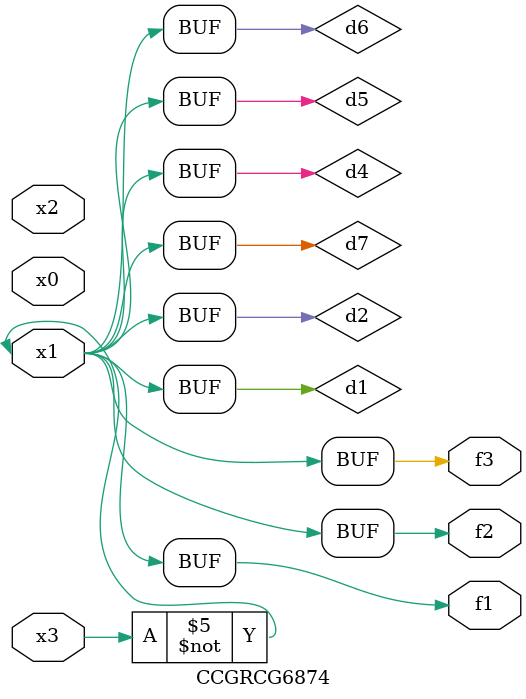
<source format=v>
module CCGRCG6874(
	input x0, x1, x2, x3,
	output f1, f2, f3
);

	wire d1, d2, d3, d4, d5, d6, d7;

	not (d1, x3);
	buf (d2, x1);
	xnor (d3, d1, d2);
	nor (d4, d1);
	buf (d5, d1, d2);
	buf (d6, d4, d5);
	nand (d7, d4);
	assign f1 = d6;
	assign f2 = d7;
	assign f3 = d6;
endmodule

</source>
